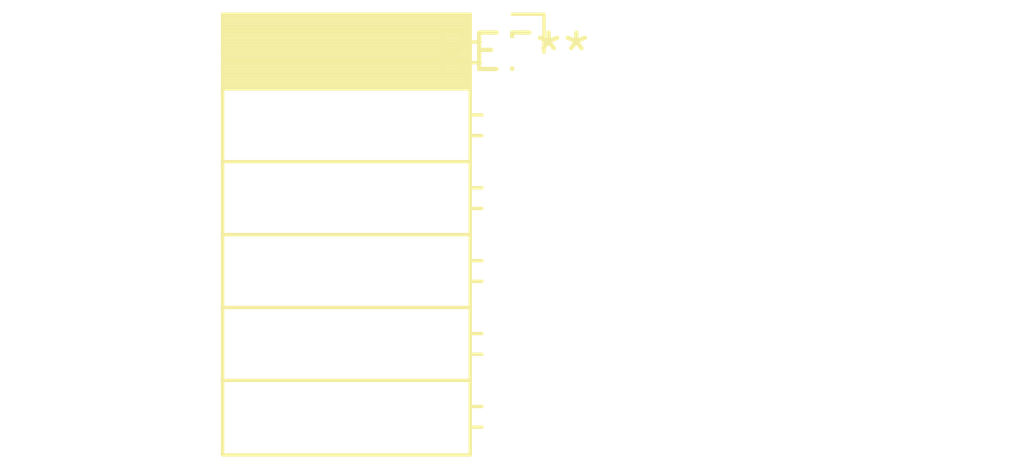
<source format=kicad_pcb>
(kicad_pcb (version 20240108) (generator pcbnew)
  (layers (0 "F.Cu" signal) (31 "B.Cu" signal) (34 "B.Paste" user) (35 "F.Paste" user) (36 "B.SilkS" user "B.Silkscreen") (37 "F.SilkS" user "F.Silkscreen") (38 "B.Mask" user) (39 "F.Mask" user) (44 "Edge.Cuts" user))
  (net 0 "")
  (footprint "PinSocket_1x06_P2.54mm_Horizontal" (layer "F.Cu") (at 0 0)
    (property "Reference" "REF**")
    (property "Value" "PinSocket_1x06_P2.54mm_Horizontal")
    (fp_line (start -10.09 -1.33) (end -10.09 14.03) (layer "F.SilkS") (stroke (width 0.12)))
    (fp_line (start -10.09 -1.33) (end -1.46 -1.33) (layer "F.SilkS") (stroke (width 0.12)))
    (fp_line (start -10.09 -1.21) (end -1.46 -1.21) (layer "F.SilkS") (stroke (width 0.12)))
    (fp_line (start -10.09 -1.091905) (end -1.46 -1.091905) (layer "F.SilkS") (stroke (width 0.12)))
    (fp_line (start -10.09 -0.97381) (end -1.46 -0.97381) (layer "F.SilkS") (stroke (width 0.12)))
    (fp_line (start -10.09 -0.855715) (end -1.46 -0.855715) (layer "F.SilkS") (stroke (width 0.12)))
    (fp_line (start -10.09 -0.73762) (end -1.46 -0.73762) (layer "F.SilkS") (stroke (width 0.12)))
    (fp_line (start -10.09 -0.619525) (end -1.46 -0.619525) (layer "F.SilkS") (stroke (width 0.12)))
    (fp_line (start -10.09 -0.50143) (end -1.46 -0.50143) (layer "F.SilkS") (stroke (width 0.12)))
    (fp_line (start -10.09 -0.383335) (end -1.46 -0.383335) (layer "F.SilkS") (stroke (width 0.12)))
    (fp_line (start -10.09 -0.26524) (end -1.46 -0.26524) (layer "F.SilkS") (stroke (width 0.12)))
    (fp_line (start -10.09 -0.147145) (end -1.46 -0.147145) (layer "F.SilkS") (stroke (width 0.12)))
    (fp_line (start -10.09 -0.02905) (end -1.46 -0.02905) (layer "F.SilkS") (stroke (width 0.12)))
    (fp_line (start -10.09 0.089045) (end -1.46 0.089045) (layer "F.SilkS") (stroke (width 0.12)))
    (fp_line (start -10.09 0.20714) (end -1.46 0.20714) (layer "F.SilkS") (stroke (width 0.12)))
    (fp_line (start -10.09 0.325235) (end -1.46 0.325235) (layer "F.SilkS") (stroke (width 0.12)))
    (fp_line (start -10.09 0.44333) (end -1.46 0.44333) (layer "F.SilkS") (stroke (width 0.12)))
    (fp_line (start -10.09 0.561425) (end -1.46 0.561425) (layer "F.SilkS") (stroke (width 0.12)))
    (fp_line (start -10.09 0.67952) (end -1.46 0.67952) (layer "F.SilkS") (stroke (width 0.12)))
    (fp_line (start -10.09 0.797615) (end -1.46 0.797615) (layer "F.SilkS") (stroke (width 0.12)))
    (fp_line (start -10.09 0.91571) (end -1.46 0.91571) (layer "F.SilkS") (stroke (width 0.12)))
    (fp_line (start -10.09 1.033805) (end -1.46 1.033805) (layer "F.SilkS") (stroke (width 0.12)))
    (fp_line (start -10.09 1.1519) (end -1.46 1.1519) (layer "F.SilkS") (stroke (width 0.12)))
    (fp_line (start -10.09 1.27) (end -1.46 1.27) (layer "F.SilkS") (stroke (width 0.12)))
    (fp_line (start -10.09 3.81) (end -1.46 3.81) (layer "F.SilkS") (stroke (width 0.12)))
    (fp_line (start -10.09 6.35) (end -1.46 6.35) (layer "F.SilkS") (stroke (width 0.12)))
    (fp_line (start -10.09 8.89) (end -1.46 8.89) (layer "F.SilkS") (stroke (width 0.12)))
    (fp_line (start -10.09 11.43) (end -1.46 11.43) (layer "F.SilkS") (stroke (width 0.12)))
    (fp_line (start -10.09 14.03) (end -1.46 14.03) (layer "F.SilkS") (stroke (width 0.12)))
    (fp_line (start -1.46 -1.33) (end -1.46 14.03) (layer "F.SilkS") (stroke (width 0.12)))
    (fp_line (start -1.46 -0.36) (end -1.11 -0.36) (layer "F.SilkS") (stroke (width 0.12)))
    (fp_line (start -1.46 0.36) (end -1.11 0.36) (layer "F.SilkS") (stroke (width 0.12)))
    (fp_line (start -1.46 2.18) (end -1.05 2.18) (layer "F.SilkS") (stroke (width 0.12)))
    (fp_line (start -1.46 2.9) (end -1.05 2.9) (layer "F.SilkS") (stroke (width 0.12)))
    (fp_line (start -1.46 4.72) (end -1.05 4.72) (layer "F.SilkS") (stroke (width 0.12)))
    (fp_line (start -1.46 5.44) (end -1.05 5.44) (layer "F.SilkS") (stroke (width 0.12)))
    (fp_line (start -1.46 7.26) (end -1.05 7.26) (layer "F.SilkS") (stroke (width 0.12)))
    (fp_line (start -1.46 7.98) (end -1.05 7.98) (layer "F.SilkS") (stroke (width 0.12)))
    (fp_line (start -1.46 9.8) (end -1.05 9.8) (layer "F.SilkS") (stroke (width 0.12)))
    (fp_line (start -1.46 10.52) (end -1.05 10.52) (layer "F.SilkS") (stroke (width 0.12)))
    (fp_line (start -1.46 12.34) (end -1.05 12.34) (layer "F.SilkS") (stroke (width 0.12)))
    (fp_line (start -1.46 13.06) (end -1.05 13.06) (layer "F.SilkS") (stroke (width 0.12)))
    (fp_line (start 0 -1.33) (end 1.11 -1.33) (layer "F.SilkS") (stroke (width 0.12)))
    (fp_line (start 1.11 -1.33) (end 1.11 0) (layer "F.SilkS") (stroke (width 0.12)))
    (pad "1" thru_hole rect (at 0 0) (size 1.7 1.7) (drill 1) (layers *.Cu *.Mask) (remove_unused_layers))
    (pad "2" thru_hole oval (at 0 2.54) (size 1.7 1.7) (drill 1) (layers *.Cu *.Mask) (remove_unused_layers))
    (pad "3" thru_hole oval (at 0 5.08) (size 1.7 1.7) (drill 1) (layers *.Cu *.Mask) (remove_unused_layers))
    (pad "4" thru_hole oval (at 0 7.62) (size 1.7 1.7) (drill 1) (layers *.Cu *.Mask) (remove_unused_layers))
    (pad "5" thru_hole oval (at 0 10.16) (size 1.7 1.7) (drill 1) (layers *.Cu *.Mask) (remove_unused_layers))
    (pad "6" thru_hole oval (at 0 12.7) (size 1.7 1.7) (drill 1) (layers *.Cu *.Mask) (remove_unused_layers))
  )
)
</source>
